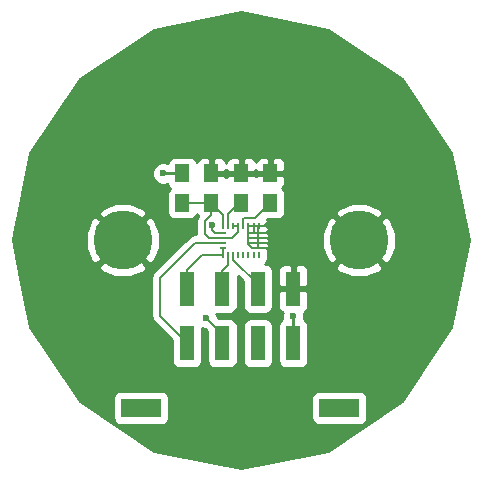
<source format=gbr>
G04 #@! TF.FileFunction,Copper,L1,Top,Signal*
%FSLAX46Y46*%
G04 Gerber Fmt 4.6, Leading zero omitted, Abs format (unit mm)*
G04 Created by KiCad (PCBNEW 4.0.4-stable) date 03/19/18 23:17:59*
%MOMM*%
%LPD*%
G01*
G04 APERTURE LIST*
%ADD10C,0.100000*%
%ADD11R,1.250000X1.500000*%
%ADD12R,0.280000X0.530000*%
%ADD13R,0.530000X0.280000*%
%ADD14R,1.270000X2.920000*%
%ADD15R,3.430000X1.650000*%
%ADD16C,5.000000*%
%ADD17C,0.600000*%
%ADD18C,0.200000*%
%ADD19C,0.250000*%
%ADD20C,0.254000*%
G04 APERTURE END LIST*
D10*
D11*
X102500000Y-96830000D03*
X102500000Y-94330000D03*
X97510000Y-96830000D03*
X97510000Y-94330000D03*
X100030000Y-96850000D03*
X100030000Y-94350000D03*
X95040000Y-96840000D03*
X95040000Y-94340000D03*
D12*
X101505000Y-98775000D03*
D13*
X101470000Y-99355000D03*
X101470000Y-99785000D03*
X101470000Y-100215000D03*
X101470000Y-100645000D03*
D12*
X101505000Y-101225000D03*
X101075000Y-101225000D03*
X100645000Y-101225000D03*
X100215000Y-101225000D03*
X99785000Y-101225000D03*
X99355000Y-101225000D03*
X98925000Y-101225000D03*
X98495000Y-101225000D03*
D13*
X98530000Y-100645000D03*
X98530000Y-100215000D03*
X98530000Y-99785000D03*
X98530000Y-99355000D03*
D12*
X98495000Y-98775000D03*
X98925000Y-98775000D03*
X99355000Y-98775000D03*
X99785000Y-98775000D03*
X100215000Y-98775000D03*
X100645000Y-98775000D03*
X101075000Y-98775000D03*
D14*
X104440000Y-108730000D03*
X101440000Y-108730000D03*
X98440000Y-108730000D03*
X95440000Y-108730000D03*
X104440000Y-104100000D03*
X101440000Y-104100000D03*
X98440000Y-104100000D03*
X95440000Y-104100000D03*
D15*
X91545000Y-114200000D03*
X108335000Y-114200000D03*
D16*
X110000000Y-100000000D03*
X90000000Y-100000000D03*
D17*
X97050000Y-106560000D03*
X97570000Y-98720000D03*
X104430000Y-106430000D03*
X93440000Y-94350000D03*
D18*
X100215000Y-98775000D02*
X100215000Y-98195000D01*
X101230000Y-98100000D02*
X102500000Y-96830000D01*
X100310000Y-98100000D02*
X101230000Y-98100000D01*
X100215000Y-98195000D02*
X100310000Y-98100000D01*
X101075000Y-98775000D02*
X101075000Y-99355000D01*
X101470000Y-99355000D02*
X101075000Y-99355000D01*
X101075000Y-99355000D02*
X100645000Y-99355000D01*
X101470000Y-99785000D02*
X100645000Y-99785000D01*
X101470000Y-100215000D02*
X100645000Y-100215000D01*
X100645000Y-98775000D02*
X100645000Y-99355000D01*
X100645000Y-99355000D02*
X100645000Y-99785000D01*
X100645000Y-99785000D02*
X100645000Y-100215000D01*
X100645000Y-100215000D02*
X100645000Y-100335000D01*
X100645000Y-100335000D02*
X100955000Y-100645000D01*
X100955000Y-100645000D02*
X101470000Y-100645000D01*
X101470000Y-100215000D02*
X102805000Y-100215000D01*
X101470000Y-99785000D02*
X102960000Y-99785000D01*
X101470000Y-99355000D02*
X102960000Y-99355000D01*
X101505000Y-98775000D02*
X102585000Y-98775000D01*
X102375000Y-100645000D02*
X101470000Y-100645000D01*
X102805000Y-100215000D02*
X102375000Y-100645000D01*
X102960000Y-99785000D02*
X102960000Y-100060000D01*
X102960000Y-100060000D02*
X102805000Y-100215000D01*
X102960000Y-99150000D02*
X102960000Y-99355000D01*
X102960000Y-99355000D02*
X102960000Y-99785000D01*
X102585000Y-98775000D02*
X102960000Y-99150000D01*
X100645000Y-98775000D02*
X101075000Y-98775000D01*
X101075000Y-98775000D02*
X101505000Y-98775000D01*
X101505000Y-98775000D02*
X101470000Y-98810000D01*
X101470000Y-98810000D02*
X101470000Y-99785000D01*
X101470000Y-99785000D02*
X101470000Y-100215000D01*
X101470000Y-100215000D02*
X101470000Y-100645000D01*
X98530000Y-99785000D02*
X97295000Y-99785000D01*
X97510000Y-97840000D02*
X97510000Y-96830000D01*
X96970000Y-98380000D02*
X97510000Y-97840000D01*
X96970000Y-99460000D02*
X96970000Y-98380000D01*
X97295000Y-99785000D02*
X96970000Y-99460000D01*
X99785000Y-98775000D02*
X99785000Y-99295000D01*
X99295000Y-99785000D02*
X98530000Y-99785000D01*
X99785000Y-99295000D02*
X99295000Y-99785000D01*
X99785000Y-98775000D02*
X99355000Y-98775000D01*
X95040000Y-96840000D02*
X97500000Y-96840000D01*
X97500000Y-96840000D02*
X98495000Y-97835000D01*
X98495000Y-97835000D02*
X98495000Y-98775000D01*
X100030000Y-96850000D02*
X99875002Y-96850000D01*
X99875002Y-96850000D02*
X98925000Y-97800002D01*
X98925000Y-97800002D02*
X98925000Y-98775000D01*
X98530000Y-100215000D02*
X96095000Y-100215000D01*
X93150000Y-106440000D02*
X95440000Y-108730000D01*
X93150000Y-103160000D02*
X93150000Y-106440000D01*
X96095000Y-100215000D02*
X93150000Y-103160000D01*
X98440000Y-108730000D02*
X98440000Y-107950000D01*
X98440000Y-107950000D02*
X97050000Y-106560000D01*
X97570000Y-98720000D02*
X97590000Y-98740000D01*
X97590000Y-98740000D02*
X97590000Y-99170000D01*
X97590000Y-99170000D02*
X97775000Y-99355000D01*
X97775000Y-99355000D02*
X98530000Y-99355000D01*
X95440000Y-104100000D02*
X95440000Y-102510000D01*
X96725000Y-101225000D02*
X98495000Y-101225000D01*
X95440000Y-102510000D02*
X96725000Y-101225000D01*
X98530000Y-100645000D02*
X98530000Y-101190000D01*
X98530000Y-101190000D02*
X98495000Y-101225000D01*
D19*
X104440000Y-108730000D02*
X104440000Y-106440000D01*
X104440000Y-106440000D02*
X104430000Y-106430000D01*
X95040000Y-94340000D02*
X93450000Y-94340000D01*
X93450000Y-94340000D02*
X93440000Y-94350000D01*
D18*
X99355000Y-101225000D02*
X99355000Y-101655000D01*
X99355000Y-101655000D02*
X101440000Y-103740000D01*
X101440000Y-103740000D02*
X101440000Y-104100000D01*
X98925000Y-101225000D02*
X98925000Y-102125000D01*
X98440000Y-102610000D02*
X98440000Y-104100000D01*
X98925000Y-102125000D02*
X98440000Y-102610000D01*
D20*
G36*
X107381963Y-82178364D02*
X113640090Y-86359910D01*
X117821636Y-92618037D01*
X119290000Y-100000000D01*
X117821636Y-107381963D01*
X113640090Y-113640090D01*
X107381963Y-117821636D01*
X100000000Y-119290000D01*
X92618037Y-117821636D01*
X86359910Y-113640090D01*
X86182783Y-113375000D01*
X89182560Y-113375000D01*
X89182560Y-115025000D01*
X89226838Y-115260317D01*
X89365910Y-115476441D01*
X89578110Y-115621431D01*
X89830000Y-115672440D01*
X93260000Y-115672440D01*
X93495317Y-115628162D01*
X93711441Y-115489090D01*
X93856431Y-115276890D01*
X93907440Y-115025000D01*
X93907440Y-113375000D01*
X105972560Y-113375000D01*
X105972560Y-115025000D01*
X106016838Y-115260317D01*
X106155910Y-115476441D01*
X106368110Y-115621431D01*
X106620000Y-115672440D01*
X110050000Y-115672440D01*
X110285317Y-115628162D01*
X110501441Y-115489090D01*
X110646431Y-115276890D01*
X110697440Y-115025000D01*
X110697440Y-113375000D01*
X110653162Y-113139683D01*
X110514090Y-112923559D01*
X110301890Y-112778569D01*
X110050000Y-112727560D01*
X106620000Y-112727560D01*
X106384683Y-112771838D01*
X106168559Y-112910910D01*
X106023569Y-113123110D01*
X105972560Y-113375000D01*
X93907440Y-113375000D01*
X93863162Y-113139683D01*
X93724090Y-112923559D01*
X93511890Y-112778569D01*
X93260000Y-112727560D01*
X89830000Y-112727560D01*
X89594683Y-112771838D01*
X89378559Y-112910910D01*
X89233569Y-113123110D01*
X89182560Y-113375000D01*
X86182783Y-113375000D01*
X82178364Y-107381963D01*
X81338564Y-103160000D01*
X92415000Y-103160000D01*
X92415000Y-106440000D01*
X92450168Y-106616799D01*
X92470949Y-106721272D01*
X92630277Y-106959723D01*
X94157560Y-108487007D01*
X94157560Y-110190000D01*
X94201838Y-110425317D01*
X94340910Y-110641441D01*
X94553110Y-110786431D01*
X94805000Y-110837440D01*
X96075000Y-110837440D01*
X96310317Y-110793162D01*
X96526441Y-110654090D01*
X96671431Y-110441890D01*
X96722440Y-110190000D01*
X96722440Y-107436389D01*
X96863201Y-107494838D01*
X96945463Y-107494910D01*
X97157560Y-107707006D01*
X97157560Y-110190000D01*
X97201838Y-110425317D01*
X97340910Y-110641441D01*
X97553110Y-110786431D01*
X97805000Y-110837440D01*
X99075000Y-110837440D01*
X99310317Y-110793162D01*
X99526441Y-110654090D01*
X99671431Y-110441890D01*
X99722440Y-110190000D01*
X99722440Y-107270000D01*
X100157560Y-107270000D01*
X100157560Y-110190000D01*
X100201838Y-110425317D01*
X100340910Y-110641441D01*
X100553110Y-110786431D01*
X100805000Y-110837440D01*
X102075000Y-110837440D01*
X102310317Y-110793162D01*
X102526441Y-110654090D01*
X102671431Y-110441890D01*
X102722440Y-110190000D01*
X102722440Y-107270000D01*
X103157560Y-107270000D01*
X103157560Y-110190000D01*
X103201838Y-110425317D01*
X103340910Y-110641441D01*
X103553110Y-110786431D01*
X103805000Y-110837440D01*
X105075000Y-110837440D01*
X105310317Y-110793162D01*
X105526441Y-110654090D01*
X105671431Y-110441890D01*
X105722440Y-110190000D01*
X105722440Y-107270000D01*
X105678162Y-107034683D01*
X105539090Y-106818559D01*
X105338088Y-106681220D01*
X105364838Y-106616799D01*
X105365162Y-106244833D01*
X105323635Y-106144331D01*
X105434698Y-106098327D01*
X105613327Y-105919699D01*
X105710000Y-105686310D01*
X105710000Y-104385750D01*
X105551250Y-104227000D01*
X104567000Y-104227000D01*
X104567000Y-104247000D01*
X104313000Y-104247000D01*
X104313000Y-104227000D01*
X103328750Y-104227000D01*
X103170000Y-104385750D01*
X103170000Y-105686310D01*
X103266673Y-105919699D01*
X103445302Y-106098327D01*
X103539174Y-106137210D01*
X103495162Y-106243201D01*
X103494838Y-106615167D01*
X103527424Y-106694031D01*
X103353559Y-106805910D01*
X103208569Y-107018110D01*
X103157560Y-107270000D01*
X102722440Y-107270000D01*
X102678162Y-107034683D01*
X102539090Y-106818559D01*
X102326890Y-106673569D01*
X102075000Y-106622560D01*
X100805000Y-106622560D01*
X100569683Y-106666838D01*
X100353559Y-106805910D01*
X100208569Y-107018110D01*
X100157560Y-107270000D01*
X99722440Y-107270000D01*
X99678162Y-107034683D01*
X99539090Y-106818559D01*
X99326890Y-106673569D01*
X99075000Y-106622560D01*
X98152006Y-106622560D01*
X97985092Y-106455645D01*
X97985162Y-106374833D01*
X97915997Y-106207440D01*
X99075000Y-106207440D01*
X99310317Y-106163162D01*
X99526441Y-106024090D01*
X99671431Y-105811890D01*
X99722440Y-105560000D01*
X99722440Y-103061886D01*
X100157560Y-103497007D01*
X100157560Y-105560000D01*
X100201838Y-105795317D01*
X100340910Y-106011441D01*
X100553110Y-106156431D01*
X100805000Y-106207440D01*
X102075000Y-106207440D01*
X102310317Y-106163162D01*
X102526441Y-106024090D01*
X102671431Y-105811890D01*
X102722440Y-105560000D01*
X102722440Y-102640000D01*
X102698674Y-102513690D01*
X103170000Y-102513690D01*
X103170000Y-103814250D01*
X103328750Y-103973000D01*
X104313000Y-103973000D01*
X104313000Y-102163750D01*
X104567000Y-102163750D01*
X104567000Y-103973000D01*
X105551250Y-103973000D01*
X105710000Y-103814250D01*
X105710000Y-102513690D01*
X105613327Y-102280301D01*
X105568906Y-102235880D01*
X107943725Y-102235880D01*
X108225421Y-102658564D01*
X109377892Y-103135294D01*
X110625072Y-103134705D01*
X111774579Y-102658564D01*
X112056275Y-102235880D01*
X110000000Y-100179605D01*
X107943725Y-102235880D01*
X105568906Y-102235880D01*
X105434698Y-102101673D01*
X105201309Y-102005000D01*
X104725750Y-102005000D01*
X104567000Y-102163750D01*
X104313000Y-102163750D01*
X104154250Y-102005000D01*
X103678691Y-102005000D01*
X103445302Y-102101673D01*
X103266673Y-102280301D01*
X103170000Y-102513690D01*
X102698674Y-102513690D01*
X102678162Y-102404683D01*
X102539090Y-102188559D01*
X102326890Y-102043569D01*
X102075000Y-101992560D01*
X102036657Y-101992560D01*
X102096441Y-101954090D01*
X102241431Y-101741890D01*
X102292440Y-101490000D01*
X102292440Y-101098556D01*
X102370000Y-100911310D01*
X102370000Y-100873750D01*
X102254473Y-100758223D01*
X102250566Y-100737460D01*
X102273327Y-100714699D01*
X102370000Y-100481310D01*
X102370000Y-100443750D01*
X102356250Y-100430000D01*
X102370000Y-100416250D01*
X102370000Y-100378690D01*
X102302197Y-100215000D01*
X102370000Y-100051310D01*
X102370000Y-100013750D01*
X102356250Y-100000000D01*
X102370000Y-99986250D01*
X102370000Y-99948690D01*
X102302197Y-99785000D01*
X102370000Y-99621310D01*
X102370000Y-99583750D01*
X102356250Y-99570000D01*
X102370000Y-99556250D01*
X102370000Y-99518690D01*
X102311680Y-99377892D01*
X106864706Y-99377892D01*
X106865295Y-100625072D01*
X107341436Y-101774579D01*
X107764120Y-102056275D01*
X109820395Y-100000000D01*
X110179605Y-100000000D01*
X112235880Y-102056275D01*
X112658564Y-101774579D01*
X113135294Y-100622108D01*
X113134705Y-99374928D01*
X112658564Y-98225421D01*
X112235880Y-97943725D01*
X110179605Y-100000000D01*
X109820395Y-100000000D01*
X107764120Y-97943725D01*
X107341436Y-98225421D01*
X106864706Y-99377892D01*
X102311680Y-99377892D01*
X102273327Y-99285301D01*
X102243193Y-99255168D01*
X102244686Y-99251564D01*
X102370000Y-99126250D01*
X102370000Y-99088690D01*
X102273327Y-98855301D01*
X102094698Y-98676673D01*
X102025475Y-98648000D01*
X102121250Y-98648000D01*
X102280000Y-98489250D01*
X102280000Y-98383691D01*
X102215279Y-98227440D01*
X103125000Y-98227440D01*
X103360317Y-98183162D01*
X103576441Y-98044090D01*
X103721431Y-97831890D01*
X103735154Y-97764120D01*
X107943725Y-97764120D01*
X110000000Y-99820395D01*
X112056275Y-97764120D01*
X111774579Y-97341436D01*
X110622108Y-96864706D01*
X109374928Y-96865295D01*
X108225421Y-97341436D01*
X107943725Y-97764120D01*
X103735154Y-97764120D01*
X103772440Y-97580000D01*
X103772440Y-96080000D01*
X103728162Y-95844683D01*
X103589090Y-95628559D01*
X103520994Y-95582031D01*
X103663327Y-95439698D01*
X103760000Y-95206309D01*
X103760000Y-94615750D01*
X103601250Y-94457000D01*
X102627000Y-94457000D01*
X102627000Y-94477000D01*
X102373000Y-94477000D01*
X102373000Y-94457000D01*
X101398750Y-94457000D01*
X101255000Y-94600750D01*
X101131250Y-94477000D01*
X100157000Y-94477000D01*
X100157000Y-94497000D01*
X99903000Y-94497000D01*
X99903000Y-94477000D01*
X98928750Y-94477000D01*
X98770000Y-94635750D01*
X98770000Y-94615750D01*
X98611250Y-94457000D01*
X97637000Y-94457000D01*
X97637000Y-94477000D01*
X97383000Y-94477000D01*
X97383000Y-94457000D01*
X97363000Y-94457000D01*
X97363000Y-94203000D01*
X97383000Y-94203000D01*
X97383000Y-93103750D01*
X97637000Y-93103750D01*
X97637000Y-94203000D01*
X98611250Y-94203000D01*
X98770000Y-94044250D01*
X98770000Y-94064250D01*
X98928750Y-94223000D01*
X99903000Y-94223000D01*
X99903000Y-93123750D01*
X100157000Y-93123750D01*
X100157000Y-94223000D01*
X101131250Y-94223000D01*
X101275000Y-94079250D01*
X101398750Y-94203000D01*
X102373000Y-94203000D01*
X102373000Y-93103750D01*
X102627000Y-93103750D01*
X102627000Y-94203000D01*
X103601250Y-94203000D01*
X103760000Y-94044250D01*
X103760000Y-93453691D01*
X103663327Y-93220302D01*
X103484699Y-93041673D01*
X103251310Y-92945000D01*
X102785750Y-92945000D01*
X102627000Y-93103750D01*
X102373000Y-93103750D01*
X102214250Y-92945000D01*
X101748690Y-92945000D01*
X101515301Y-93041673D01*
X101336673Y-93220302D01*
X101260858Y-93403336D01*
X101193327Y-93240302D01*
X101014699Y-93061673D01*
X100781310Y-92965000D01*
X100315750Y-92965000D01*
X100157000Y-93123750D01*
X99903000Y-93123750D01*
X99744250Y-92965000D01*
X99278690Y-92965000D01*
X99045301Y-93061673D01*
X98866673Y-93240302D01*
X98770000Y-93473691D01*
X98770000Y-93453691D01*
X98673327Y-93220302D01*
X98494699Y-93041673D01*
X98261310Y-92945000D01*
X97795750Y-92945000D01*
X97637000Y-93103750D01*
X97383000Y-93103750D01*
X97224250Y-92945000D01*
X96758690Y-92945000D01*
X96525301Y-93041673D01*
X96346673Y-93220302D01*
X96275299Y-93392614D01*
X96268162Y-93354683D01*
X96129090Y-93138559D01*
X95916890Y-92993569D01*
X95665000Y-92942560D01*
X94415000Y-92942560D01*
X94179683Y-92986838D01*
X93963559Y-93125910D01*
X93818569Y-93338110D01*
X93789301Y-93482639D01*
X93626799Y-93415162D01*
X93254833Y-93414838D01*
X92911057Y-93556883D01*
X92647808Y-93819673D01*
X92505162Y-94163201D01*
X92504838Y-94535167D01*
X92646883Y-94878943D01*
X92909673Y-95142192D01*
X93253201Y-95284838D01*
X93625167Y-95285162D01*
X93791361Y-95216492D01*
X93811838Y-95325317D01*
X93950910Y-95541441D01*
X94020711Y-95589134D01*
X93963559Y-95625910D01*
X93818569Y-95838110D01*
X93767560Y-96090000D01*
X93767560Y-97590000D01*
X93811838Y-97825317D01*
X93950910Y-98041441D01*
X94163110Y-98186431D01*
X94415000Y-98237440D01*
X95665000Y-98237440D01*
X95900317Y-98193162D01*
X96116441Y-98054090D01*
X96261431Y-97841890D01*
X96274601Y-97776855D01*
X96281838Y-97815317D01*
X96379210Y-97966637D01*
X96290949Y-98098728D01*
X96235000Y-98380000D01*
X96235000Y-99460000D01*
X96238978Y-99480000D01*
X96095000Y-99480000D01*
X95813728Y-99535949D01*
X95575277Y-99695276D01*
X92630277Y-102640277D01*
X92470949Y-102878728D01*
X92415000Y-103160000D01*
X81338564Y-103160000D01*
X81154745Y-102235880D01*
X87943725Y-102235880D01*
X88225421Y-102658564D01*
X89377892Y-103135294D01*
X90625072Y-103134705D01*
X91774579Y-102658564D01*
X92056275Y-102235880D01*
X90000000Y-100179605D01*
X87943725Y-102235880D01*
X81154745Y-102235880D01*
X80710000Y-100000000D01*
X80833744Y-99377892D01*
X86864706Y-99377892D01*
X86865295Y-100625072D01*
X87341436Y-101774579D01*
X87764120Y-102056275D01*
X89820395Y-100000000D01*
X90179605Y-100000000D01*
X92235880Y-102056275D01*
X92658564Y-101774579D01*
X93135294Y-100622108D01*
X93134705Y-99374928D01*
X92658564Y-98225421D01*
X92235880Y-97943725D01*
X90179605Y-100000000D01*
X89820395Y-100000000D01*
X87764120Y-97943725D01*
X87341436Y-98225421D01*
X86864706Y-99377892D01*
X80833744Y-99377892D01*
X81154743Y-97764120D01*
X87943725Y-97764120D01*
X90000000Y-99820395D01*
X92056275Y-97764120D01*
X91774579Y-97341436D01*
X90622108Y-96864706D01*
X89374928Y-96865295D01*
X88225421Y-97341436D01*
X87943725Y-97764120D01*
X81154743Y-97764120D01*
X82178364Y-92618037D01*
X86359910Y-86359910D01*
X92618037Y-82178364D01*
X100000000Y-80710000D01*
X107381963Y-82178364D01*
X107381963Y-82178364D01*
G37*
X107381963Y-82178364D02*
X113640090Y-86359910D01*
X117821636Y-92618037D01*
X119290000Y-100000000D01*
X117821636Y-107381963D01*
X113640090Y-113640090D01*
X107381963Y-117821636D01*
X100000000Y-119290000D01*
X92618037Y-117821636D01*
X86359910Y-113640090D01*
X86182783Y-113375000D01*
X89182560Y-113375000D01*
X89182560Y-115025000D01*
X89226838Y-115260317D01*
X89365910Y-115476441D01*
X89578110Y-115621431D01*
X89830000Y-115672440D01*
X93260000Y-115672440D01*
X93495317Y-115628162D01*
X93711441Y-115489090D01*
X93856431Y-115276890D01*
X93907440Y-115025000D01*
X93907440Y-113375000D01*
X105972560Y-113375000D01*
X105972560Y-115025000D01*
X106016838Y-115260317D01*
X106155910Y-115476441D01*
X106368110Y-115621431D01*
X106620000Y-115672440D01*
X110050000Y-115672440D01*
X110285317Y-115628162D01*
X110501441Y-115489090D01*
X110646431Y-115276890D01*
X110697440Y-115025000D01*
X110697440Y-113375000D01*
X110653162Y-113139683D01*
X110514090Y-112923559D01*
X110301890Y-112778569D01*
X110050000Y-112727560D01*
X106620000Y-112727560D01*
X106384683Y-112771838D01*
X106168559Y-112910910D01*
X106023569Y-113123110D01*
X105972560Y-113375000D01*
X93907440Y-113375000D01*
X93863162Y-113139683D01*
X93724090Y-112923559D01*
X93511890Y-112778569D01*
X93260000Y-112727560D01*
X89830000Y-112727560D01*
X89594683Y-112771838D01*
X89378559Y-112910910D01*
X89233569Y-113123110D01*
X89182560Y-113375000D01*
X86182783Y-113375000D01*
X82178364Y-107381963D01*
X81338564Y-103160000D01*
X92415000Y-103160000D01*
X92415000Y-106440000D01*
X92450168Y-106616799D01*
X92470949Y-106721272D01*
X92630277Y-106959723D01*
X94157560Y-108487007D01*
X94157560Y-110190000D01*
X94201838Y-110425317D01*
X94340910Y-110641441D01*
X94553110Y-110786431D01*
X94805000Y-110837440D01*
X96075000Y-110837440D01*
X96310317Y-110793162D01*
X96526441Y-110654090D01*
X96671431Y-110441890D01*
X96722440Y-110190000D01*
X96722440Y-107436389D01*
X96863201Y-107494838D01*
X96945463Y-107494910D01*
X97157560Y-107707006D01*
X97157560Y-110190000D01*
X97201838Y-110425317D01*
X97340910Y-110641441D01*
X97553110Y-110786431D01*
X97805000Y-110837440D01*
X99075000Y-110837440D01*
X99310317Y-110793162D01*
X99526441Y-110654090D01*
X99671431Y-110441890D01*
X99722440Y-110190000D01*
X99722440Y-107270000D01*
X100157560Y-107270000D01*
X100157560Y-110190000D01*
X100201838Y-110425317D01*
X100340910Y-110641441D01*
X100553110Y-110786431D01*
X100805000Y-110837440D01*
X102075000Y-110837440D01*
X102310317Y-110793162D01*
X102526441Y-110654090D01*
X102671431Y-110441890D01*
X102722440Y-110190000D01*
X102722440Y-107270000D01*
X103157560Y-107270000D01*
X103157560Y-110190000D01*
X103201838Y-110425317D01*
X103340910Y-110641441D01*
X103553110Y-110786431D01*
X103805000Y-110837440D01*
X105075000Y-110837440D01*
X105310317Y-110793162D01*
X105526441Y-110654090D01*
X105671431Y-110441890D01*
X105722440Y-110190000D01*
X105722440Y-107270000D01*
X105678162Y-107034683D01*
X105539090Y-106818559D01*
X105338088Y-106681220D01*
X105364838Y-106616799D01*
X105365162Y-106244833D01*
X105323635Y-106144331D01*
X105434698Y-106098327D01*
X105613327Y-105919699D01*
X105710000Y-105686310D01*
X105710000Y-104385750D01*
X105551250Y-104227000D01*
X104567000Y-104227000D01*
X104567000Y-104247000D01*
X104313000Y-104247000D01*
X104313000Y-104227000D01*
X103328750Y-104227000D01*
X103170000Y-104385750D01*
X103170000Y-105686310D01*
X103266673Y-105919699D01*
X103445302Y-106098327D01*
X103539174Y-106137210D01*
X103495162Y-106243201D01*
X103494838Y-106615167D01*
X103527424Y-106694031D01*
X103353559Y-106805910D01*
X103208569Y-107018110D01*
X103157560Y-107270000D01*
X102722440Y-107270000D01*
X102678162Y-107034683D01*
X102539090Y-106818559D01*
X102326890Y-106673569D01*
X102075000Y-106622560D01*
X100805000Y-106622560D01*
X100569683Y-106666838D01*
X100353559Y-106805910D01*
X100208569Y-107018110D01*
X100157560Y-107270000D01*
X99722440Y-107270000D01*
X99678162Y-107034683D01*
X99539090Y-106818559D01*
X99326890Y-106673569D01*
X99075000Y-106622560D01*
X98152006Y-106622560D01*
X97985092Y-106455645D01*
X97985162Y-106374833D01*
X97915997Y-106207440D01*
X99075000Y-106207440D01*
X99310317Y-106163162D01*
X99526441Y-106024090D01*
X99671431Y-105811890D01*
X99722440Y-105560000D01*
X99722440Y-103061886D01*
X100157560Y-103497007D01*
X100157560Y-105560000D01*
X100201838Y-105795317D01*
X100340910Y-106011441D01*
X100553110Y-106156431D01*
X100805000Y-106207440D01*
X102075000Y-106207440D01*
X102310317Y-106163162D01*
X102526441Y-106024090D01*
X102671431Y-105811890D01*
X102722440Y-105560000D01*
X102722440Y-102640000D01*
X102698674Y-102513690D01*
X103170000Y-102513690D01*
X103170000Y-103814250D01*
X103328750Y-103973000D01*
X104313000Y-103973000D01*
X104313000Y-102163750D01*
X104567000Y-102163750D01*
X104567000Y-103973000D01*
X105551250Y-103973000D01*
X105710000Y-103814250D01*
X105710000Y-102513690D01*
X105613327Y-102280301D01*
X105568906Y-102235880D01*
X107943725Y-102235880D01*
X108225421Y-102658564D01*
X109377892Y-103135294D01*
X110625072Y-103134705D01*
X111774579Y-102658564D01*
X112056275Y-102235880D01*
X110000000Y-100179605D01*
X107943725Y-102235880D01*
X105568906Y-102235880D01*
X105434698Y-102101673D01*
X105201309Y-102005000D01*
X104725750Y-102005000D01*
X104567000Y-102163750D01*
X104313000Y-102163750D01*
X104154250Y-102005000D01*
X103678691Y-102005000D01*
X103445302Y-102101673D01*
X103266673Y-102280301D01*
X103170000Y-102513690D01*
X102698674Y-102513690D01*
X102678162Y-102404683D01*
X102539090Y-102188559D01*
X102326890Y-102043569D01*
X102075000Y-101992560D01*
X102036657Y-101992560D01*
X102096441Y-101954090D01*
X102241431Y-101741890D01*
X102292440Y-101490000D01*
X102292440Y-101098556D01*
X102370000Y-100911310D01*
X102370000Y-100873750D01*
X102254473Y-100758223D01*
X102250566Y-100737460D01*
X102273327Y-100714699D01*
X102370000Y-100481310D01*
X102370000Y-100443750D01*
X102356250Y-100430000D01*
X102370000Y-100416250D01*
X102370000Y-100378690D01*
X102302197Y-100215000D01*
X102370000Y-100051310D01*
X102370000Y-100013750D01*
X102356250Y-100000000D01*
X102370000Y-99986250D01*
X102370000Y-99948690D01*
X102302197Y-99785000D01*
X102370000Y-99621310D01*
X102370000Y-99583750D01*
X102356250Y-99570000D01*
X102370000Y-99556250D01*
X102370000Y-99518690D01*
X102311680Y-99377892D01*
X106864706Y-99377892D01*
X106865295Y-100625072D01*
X107341436Y-101774579D01*
X107764120Y-102056275D01*
X109820395Y-100000000D01*
X110179605Y-100000000D01*
X112235880Y-102056275D01*
X112658564Y-101774579D01*
X113135294Y-100622108D01*
X113134705Y-99374928D01*
X112658564Y-98225421D01*
X112235880Y-97943725D01*
X110179605Y-100000000D01*
X109820395Y-100000000D01*
X107764120Y-97943725D01*
X107341436Y-98225421D01*
X106864706Y-99377892D01*
X102311680Y-99377892D01*
X102273327Y-99285301D01*
X102243193Y-99255168D01*
X102244686Y-99251564D01*
X102370000Y-99126250D01*
X102370000Y-99088690D01*
X102273327Y-98855301D01*
X102094698Y-98676673D01*
X102025475Y-98648000D01*
X102121250Y-98648000D01*
X102280000Y-98489250D01*
X102280000Y-98383691D01*
X102215279Y-98227440D01*
X103125000Y-98227440D01*
X103360317Y-98183162D01*
X103576441Y-98044090D01*
X103721431Y-97831890D01*
X103735154Y-97764120D01*
X107943725Y-97764120D01*
X110000000Y-99820395D01*
X112056275Y-97764120D01*
X111774579Y-97341436D01*
X110622108Y-96864706D01*
X109374928Y-96865295D01*
X108225421Y-97341436D01*
X107943725Y-97764120D01*
X103735154Y-97764120D01*
X103772440Y-97580000D01*
X103772440Y-96080000D01*
X103728162Y-95844683D01*
X103589090Y-95628559D01*
X103520994Y-95582031D01*
X103663327Y-95439698D01*
X103760000Y-95206309D01*
X103760000Y-94615750D01*
X103601250Y-94457000D01*
X102627000Y-94457000D01*
X102627000Y-94477000D01*
X102373000Y-94477000D01*
X102373000Y-94457000D01*
X101398750Y-94457000D01*
X101255000Y-94600750D01*
X101131250Y-94477000D01*
X100157000Y-94477000D01*
X100157000Y-94497000D01*
X99903000Y-94497000D01*
X99903000Y-94477000D01*
X98928750Y-94477000D01*
X98770000Y-94635750D01*
X98770000Y-94615750D01*
X98611250Y-94457000D01*
X97637000Y-94457000D01*
X97637000Y-94477000D01*
X97383000Y-94477000D01*
X97383000Y-94457000D01*
X97363000Y-94457000D01*
X97363000Y-94203000D01*
X97383000Y-94203000D01*
X97383000Y-93103750D01*
X97637000Y-93103750D01*
X97637000Y-94203000D01*
X98611250Y-94203000D01*
X98770000Y-94044250D01*
X98770000Y-94064250D01*
X98928750Y-94223000D01*
X99903000Y-94223000D01*
X99903000Y-93123750D01*
X100157000Y-93123750D01*
X100157000Y-94223000D01*
X101131250Y-94223000D01*
X101275000Y-94079250D01*
X101398750Y-94203000D01*
X102373000Y-94203000D01*
X102373000Y-93103750D01*
X102627000Y-93103750D01*
X102627000Y-94203000D01*
X103601250Y-94203000D01*
X103760000Y-94044250D01*
X103760000Y-93453691D01*
X103663327Y-93220302D01*
X103484699Y-93041673D01*
X103251310Y-92945000D01*
X102785750Y-92945000D01*
X102627000Y-93103750D01*
X102373000Y-93103750D01*
X102214250Y-92945000D01*
X101748690Y-92945000D01*
X101515301Y-93041673D01*
X101336673Y-93220302D01*
X101260858Y-93403336D01*
X101193327Y-93240302D01*
X101014699Y-93061673D01*
X100781310Y-92965000D01*
X100315750Y-92965000D01*
X100157000Y-93123750D01*
X99903000Y-93123750D01*
X99744250Y-92965000D01*
X99278690Y-92965000D01*
X99045301Y-93061673D01*
X98866673Y-93240302D01*
X98770000Y-93473691D01*
X98770000Y-93453691D01*
X98673327Y-93220302D01*
X98494699Y-93041673D01*
X98261310Y-92945000D01*
X97795750Y-92945000D01*
X97637000Y-93103750D01*
X97383000Y-93103750D01*
X97224250Y-92945000D01*
X96758690Y-92945000D01*
X96525301Y-93041673D01*
X96346673Y-93220302D01*
X96275299Y-93392614D01*
X96268162Y-93354683D01*
X96129090Y-93138559D01*
X95916890Y-92993569D01*
X95665000Y-92942560D01*
X94415000Y-92942560D01*
X94179683Y-92986838D01*
X93963559Y-93125910D01*
X93818569Y-93338110D01*
X93789301Y-93482639D01*
X93626799Y-93415162D01*
X93254833Y-93414838D01*
X92911057Y-93556883D01*
X92647808Y-93819673D01*
X92505162Y-94163201D01*
X92504838Y-94535167D01*
X92646883Y-94878943D01*
X92909673Y-95142192D01*
X93253201Y-95284838D01*
X93625167Y-95285162D01*
X93791361Y-95216492D01*
X93811838Y-95325317D01*
X93950910Y-95541441D01*
X94020711Y-95589134D01*
X93963559Y-95625910D01*
X93818569Y-95838110D01*
X93767560Y-96090000D01*
X93767560Y-97590000D01*
X93811838Y-97825317D01*
X93950910Y-98041441D01*
X94163110Y-98186431D01*
X94415000Y-98237440D01*
X95665000Y-98237440D01*
X95900317Y-98193162D01*
X96116441Y-98054090D01*
X96261431Y-97841890D01*
X96274601Y-97776855D01*
X96281838Y-97815317D01*
X96379210Y-97966637D01*
X96290949Y-98098728D01*
X96235000Y-98380000D01*
X96235000Y-99460000D01*
X96238978Y-99480000D01*
X96095000Y-99480000D01*
X95813728Y-99535949D01*
X95575277Y-99695276D01*
X92630277Y-102640277D01*
X92470949Y-102878728D01*
X92415000Y-103160000D01*
X81338564Y-103160000D01*
X81154745Y-102235880D01*
X87943725Y-102235880D01*
X88225421Y-102658564D01*
X89377892Y-103135294D01*
X90625072Y-103134705D01*
X91774579Y-102658564D01*
X92056275Y-102235880D01*
X90000000Y-100179605D01*
X87943725Y-102235880D01*
X81154745Y-102235880D01*
X80710000Y-100000000D01*
X80833744Y-99377892D01*
X86864706Y-99377892D01*
X86865295Y-100625072D01*
X87341436Y-101774579D01*
X87764120Y-102056275D01*
X89820395Y-100000000D01*
X90179605Y-100000000D01*
X92235880Y-102056275D01*
X92658564Y-101774579D01*
X93135294Y-100622108D01*
X93134705Y-99374928D01*
X92658564Y-98225421D01*
X92235880Y-97943725D01*
X90179605Y-100000000D01*
X89820395Y-100000000D01*
X87764120Y-97943725D01*
X87341436Y-98225421D01*
X86864706Y-99377892D01*
X80833744Y-99377892D01*
X81154743Y-97764120D01*
X87943725Y-97764120D01*
X90000000Y-99820395D01*
X92056275Y-97764120D01*
X91774579Y-97341436D01*
X90622108Y-96864706D01*
X89374928Y-96865295D01*
X88225421Y-97341436D01*
X87943725Y-97764120D01*
X81154743Y-97764120D01*
X82178364Y-92618037D01*
X86359910Y-86359910D01*
X92618037Y-82178364D01*
X100000000Y-80710000D01*
X107381963Y-82178364D01*
M02*

</source>
